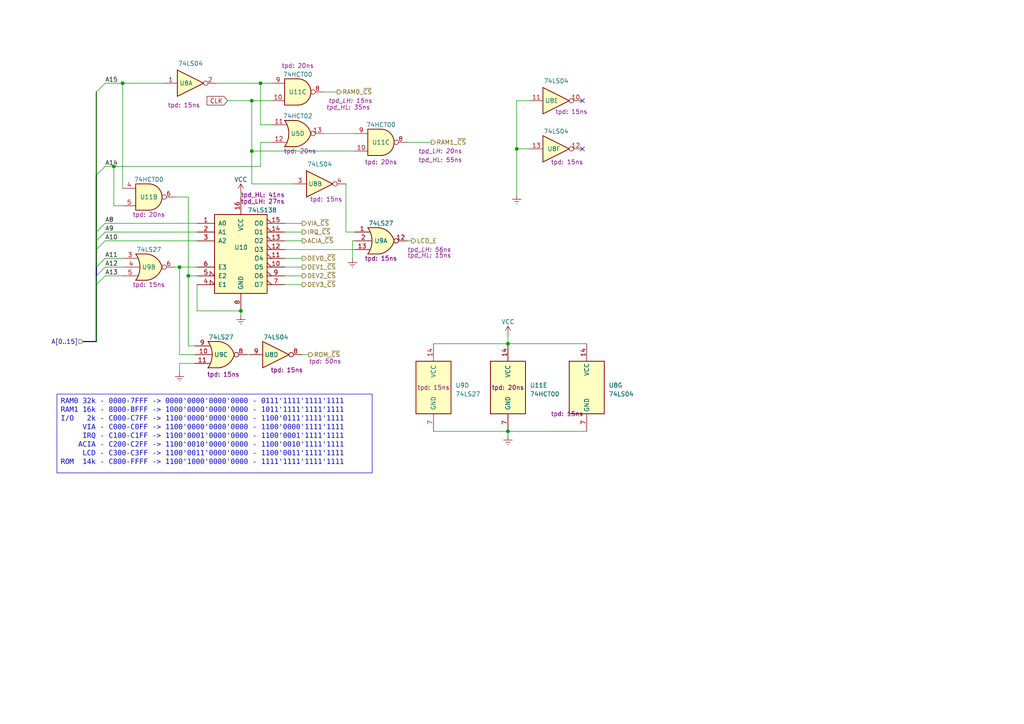
<source format=kicad_sch>
(kicad_sch (version 20230121) (generator eeschema)
  (paper "A4")
  (lib_symbols
    (symbol "74xx:74HCT00" (pin_names (offset 1.016))
      (property "Reference" "U" (at 0 1.27 0))
      (property "Value" "74HCT00" (at 0 -1.27 0))
      (symbol "74HCT00_1_1"
        (arc (start 0 -3.81) (mid 3.7934 0) (end 0 3.81) (stroke (width 0.254)) (fill (type background)))
        (polyline (pts (xy 0 3.81) (xy -3.81 3.81) (xy -3.81 -3.81) (xy 0 -3.81)) (stroke (width 0.254)) (fill (type background)))
        (pin input line (at -7.62 2.54 0) (length 3.81) (name "~") (number "1"))
        (pin input line (at -7.62 -2.54 0) (length 3.81) (name "~") (number "2"))
        (pin output inverted (at 7.62 0 180) (length 3.81) (name "~") (number "3"))
      )
      (symbol "74HCT00_1_2"
        (arc (start -3.81 -3.81) (mid -2.589 0) (end -3.81 3.81) (stroke (width 0.254)))
        (arc (start -0.6096 -3.81) (mid 2.1842 -2.5851) (end 3.81 0) (stroke (width 0.254)) (fill (type background)))
        (polyline (pts (xy -3.81 -3.81) (xy -0.635 -3.81)) (stroke (width 0.254)) (fill (type background)))
        (polyline (pts (xy -3.81 3.81) (xy -0.635 3.81)) (stroke (width 0.254)) (fill (type background)))
        (polyline (pts (xy -0.635 3.81) (xy -3.81 3.81) (xy -3.81 3.81) (xy -3.556 3.4036) (xy -3.0226 2.2606) (xy -2.6924 1.0414) (xy -2.6162 -0.254) (xy -2.7686 -1.4986) (xy -3.175 -2.7178) (xy -3.81 -3.81) (xy -3.81 -3.81) (xy -0.635 -3.81)) (stroke (width -25.4)) (fill (type background)))
        (arc (start 3.81 0) (mid 2.1915 2.5936) (end -0.6096 3.81) (stroke (width 0.254)) (fill (type background)))
        (pin input inverted (at -7.62 2.54 0) (length 4.318) (name "~") (number "1"))
        (pin input inverted (at -7.62 -2.54 0) (length 4.318) (name "~") (number "2"))
        (pin output line (at 7.62 0 180) (length 3.81) (name "~") (number "3"))
      )
      (symbol "74HCT00_2_1"
        (arc (start 0 -3.81) (mid 3.7934 0) (end 0 3.81) (stroke (width 0.254)) (fill (type background)))
        (polyline (pts (xy 0 3.81) (xy -3.81 3.81) (xy -3.81 -3.81) (xy 0 -3.81)) (stroke (width 0.254)) (fill (type background)))
        (pin input line (at -7.62 2.54 0) (length 3.81) (name "~") (number "4"))
        (pin input line (at -7.62 -2.54 0) (length 3.81) (name "~") (number "5"))
        (pin output inverted (at 7.62 0 180) (length 3.81) (name "~") (number "6"))
      )
      (symbol "74HCT00_2_2"
        (arc (start -3.81 -3.81) (mid -2.589 0) (end -3.81 3.81) (stroke (width 0.254)))
        (arc (start -0.6096 -3.81) (mid 2.1842 -2.5851) (end 3.81 0) (stroke (width 0.254)) (fill (type background)))
        (polyline (pts (xy -3.81 -3.81) (xy -0.635 -3.81)) (stroke (width 0.254)) (fill (type background)))
        (polyline (pts (xy -3.81 3.81) (xy -0.635 3.81)) (stroke (width 0.254)) (fill (type background)))
        (polyline (pts (xy -0.635 3.81) (xy -3.81 3.81) (xy -3.81 3.81) (xy -3.556 3.4036) (xy -3.0226 2.2606) (xy -2.6924 1.0414) (xy -2.6162 -0.254) (xy -2.7686 -1.4986) (xy -3.175 -2.7178) (xy -3.81 -3.81) (xy -3.81 -3.81) (xy -0.635 -3.81)) (stroke (width -25.4)) (fill (type background)))
        (arc (start 3.81 0) (mid 2.1915 2.5936) (end -0.6096 3.81) (stroke (width 0.254)) (fill (type background)))
        (pin input inverted (at -7.62 2.54 0) (length 4.318) (name "~") (number "4"))
        (pin input inverted (at -7.62 -2.54 0) (length 4.318) (name "~") (number "5"))
        (pin output line (at 7.62 0 180) (length 3.81) (name "~") (number "6"))
      )
      (symbol "74HCT00_3_1"
        (arc (start 0 -3.81) (mid 3.7934 0) (end 0 3.81) (stroke (width 0.254)) (fill (type background)))
        (polyline (pts (xy 0 3.81) (xy -3.81 3.81) (xy -3.81 -3.81) (xy 0 -3.81)) (stroke (width 0.254)) (fill (type background)))
        (pin input line (at -7.62 -2.54 0) (length 3.81) (name "~") (number "10"))
        (pin output inverted (at 7.62 0 180) (length 3.81) (name "~") (number "8"))
        (pin input line (at -7.62 2.54 0) (length 3.81) (name "~") (number "9"))
      )
      (symbol "74HCT00_3_2"
        (arc (start -3.81 -3.81) (mid -2.589 0) (end -3.81 3.81) (stroke (width 0.254)))
        (arc (start -0.6096 -3.81) (mid 2.1842 -2.5851) (end 3.81 0) (stroke (width 0.254)) (fill (type background)))
        (polyline (pts (xy -3.81 -3.81) (xy -0.635 -3.81)) (stroke (width 0.254)) (fill (type background)))
        (polyline (pts (xy -3.81 3.81) (xy -0.635 3.81)) (stroke (width 0.254)) (fill (type background)))
        (polyline (pts (xy -0.635 3.81) (xy -3.81 3.81) (xy -3.81 3.81) (xy -3.556 3.4036) (xy -3.0226 2.2606) (xy -2.6924 1.0414) (xy -2.6162 -0.254) (xy -2.7686 -1.4986) (xy -3.175 -2.7178) (xy -3.81 -3.81) (xy -3.81 -3.81) (xy -0.635 -3.81)) (stroke (width -25.4)) (fill (type background)))
        (arc (start 3.81 0) (mid 2.1915 2.5936) (end -0.6096 3.81) (stroke (width 0.254)) (fill (type background)))
        (pin input inverted (at -7.62 -2.54 0) (length 4.318) (name "~") (number "10"))
        (pin output line (at 7.62 0 180) (length 3.81) (name "~") (number "8"))
        (pin input inverted (at -7.62 2.54 0) (length 4.318) (name "~") (number "9"))
      )
      (symbol "74HCT00_4_1"
        (arc (start 0 -3.81) (mid 3.7934 0) (end 0 3.81) (stroke (width 0.254)) (fill (type background)))
        (polyline (pts (xy 0 3.81) (xy -3.81 3.81) (xy -3.81 -3.81) (xy 0 -3.81)) (stroke (width 0.254)) (fill (type background)))
        (pin output inverted (at 7.62 0 180) (length 3.81) (name "~") (number "11"))
        (pin input line (at -7.62 2.54 0) (length 3.81) (name "~") (number "12"))
        (pin input line (at -7.62 -2.54 0) (length 3.81) (name "~") (number "13"))
      )
      (symbol "74HCT00_4_2"
        (arc (start -3.81 -3.81) (mid -2.589 0) (end -3.81 3.81) (stroke (width 0.254)))
        (arc (start -0.6096 -3.81) (mid 2.1842 -2.5851) (end 3.81 0) (stroke (width 0.254)) (fill (type background)))
        (polyline (pts (xy -3.81 -3.81) (xy -0.635 -3.81)) (stroke (width 0.254)) (fill (type background)))
        (polyline (pts (xy -3.81 3.81) (xy -0.635 3.81)) (stroke (width 0.254)) (fill (type background)))
        (polyline (pts (xy -0.635 3.81) (xy -3.81 3.81) (xy -3.81 3.81) (xy -3.556 3.4036) (xy -3.0226 2.2606) (xy -2.6924 1.0414) (xy -2.6162 -0.254) (xy -2.7686 -1.4986) (xy -3.175 -2.7178) (xy -3.81 -3.81) (xy -3.81 -3.81) (xy -0.635 -3.81)) (stroke (width -25.4)) (fill (type background)))
        (arc (start 3.81 0) (mid 2.1915 2.5936) (end -0.6096 3.81) (stroke (width 0.254)) (fill (type background)))
        (pin output line (at 7.62 0 180) (length 3.81) (name "~") (number "11"))
        (pin input inverted (at -7.62 2.54 0) (length 4.318) (name "~") (number "12"))
        (pin input inverted (at -7.62 -2.54 0) (length 4.318) (name "~") (number "13"))
      )
      (symbol "74HCT00_5_0"
        (pin power_in line (at 0 12.7 270) (length 5.08) (name "VCC") (number "14"))
        (pin power_in line (at 0 -12.7 90) (length 5.08) (name "GND") (number "7"))
      )
      (symbol "74HCT00_5_1"
        (rectangle (start -5.08 7.62) (end 5.08 -7.62) (stroke (width 0.254)) (fill (type background)))
      )
    )
    (symbol "74xx:74HCT02" (pin_names (offset 1.016))
      (property "Reference" "U" (at 0 1.27 0))
      (property "Value" "74HCT02" (at 0 -1.27 0))
      (symbol "74HCT02_1_1"
        (arc (start -3.81 -3.81) (mid -2.589 0) (end -3.81 3.81) (stroke (width 0.254)))
        (arc (start -0.6096 -3.81) (mid 2.1842 -2.5851) (end 3.81 0) (stroke (width 0.254)) (fill (type background)))
        (polyline (pts (xy -3.81 -3.81) (xy -0.635 -3.81)) (stroke (width 0.254)) (fill (type background)))
        (polyline (pts (xy -3.81 3.81) (xy -0.635 3.81)) (stroke (width 0.254)) (fill (type background)))
        (polyline (pts (xy -0.635 3.81) (xy -3.81 3.81) (xy -3.81 3.81) (xy -3.556 3.4036) (xy -3.0226 2.2606) (xy -2.6924 1.0414) (xy -2.6162 -0.254) (xy -2.7686 -1.4986) (xy -3.175 -2.7178) (xy -3.81 -3.81) (xy -3.81 -3.81) (xy -0.635 -3.81)) (stroke (width -25.4)) (fill (type background)))
        (arc (start 3.81 0) (mid 2.1915 2.5936) (end -0.6096 3.81) (stroke (width 0.254)) (fill (type background)))
        (pin output inverted (at 7.62 0 180) (length 3.81) (name "~") (number "1"))
        (pin input line (at -7.62 2.54 0) (length 4.318) (name "~") (number "2"))
        (pin input line (at -7.62 -2.54 0) (length 4.318) (name "~") (number "3"))
      )
      (symbol "74HCT02_1_2"
        (arc (start 0 -3.81) (mid 3.7934 0) (end 0 3.81) (stroke (width 0.254)) (fill (type background)))
        (polyline (pts (xy 0 3.81) (xy -3.81 3.81) (xy -3.81 -3.81) (xy 0 -3.81)) (stroke (width 0.254)) (fill (type background)))
        (pin output line (at 7.62 0 180) (length 3.81) (name "~") (number "1"))
        (pin input inverted (at -7.62 2.54 0) (length 3.81) (name "~") (number "2"))
        (pin input inverted (at -7.62 -2.54 0) (length 3.81) (name "~") (number "3"))
      )
      (symbol "74HCT02_2_1"
        (arc (start -3.81 -3.81) (mid -2.589 0) (end -3.81 3.81) (stroke (width 0.254)))
        (arc (start -0.6096 -3.81) (mid 2.1842 -2.5851) (end 3.81 0) (stroke (width 0.254)) (fill (type background)))
        (polyline (pts (xy -3.81 -3.81) (xy -0.635 -3.81)) (stroke (width 0.254)) (fill (type background)))
        (polyline (pts (xy -3.81 3.81) (xy -0.635 3.81)) (stroke (width 0.254)) (fill (type background)))
        (polyline (pts (xy -0.635 3.81) (xy -3.81 3.81) (xy -3.81 3.81) (xy -3.556 3.4036) (xy -3.0226 2.2606) (xy -2.6924 1.0414) (xy -2.6162 -0.254) (xy -2.7686 -1.4986) (xy -3.175 -2.7178) (xy -3.81 -3.81) (xy -3.81 -3.81) (xy -0.635 -3.81)) (stroke (width -25.4)) (fill (type background)))
        (arc (start 3.81 0) (mid 2.1915 2.5936) (end -0.6096 3.81) (stroke (width 0.254)) (fill (type background)))
        (pin output inverted (at 7.62 0 180) (length 3.81) (name "~") (number "4"))
        (pin input line (at -7.62 2.54 0) (length 4.318) (name "~") (number "5"))
        (pin input line (at -7.62 -2.54 0) (length 4.318) (name "~") (number "6"))
      )
      (symbol "74HCT02_2_2"
        (arc (start 0 -3.81) (mid 3.7934 0) (end 0 3.81) (stroke (width 0.254)) (fill (type background)))
        (polyline (pts (xy 0 3.81) (xy -3.81 3.81) (xy -3.81 -3.81) (xy 0 -3.81)) (stroke (width 0.254)) (fill (type background)))
        (pin output line (at 7.62 0 180) (length 3.81) (name "~") (number "4"))
        (pin input inverted (at -7.62 2.54 0) (length 3.81) (name "~") (number "5"))
        (pin input inverted (at -7.62 -2.54 0) (length 3.81) (name "~") (number "6"))
      )
      (symbol "74HCT02_3_1"
        (arc (start -3.81 -3.81) (mid -2.589 0) (end -3.81 3.81) (stroke (width 0.254)))
        (arc (start -0.6096 -3.81) (mid 2.1842 -2.5851) (end 3.81 0) (stroke (width 0.254)) (fill (type background)))
        (polyline (pts (xy -3.81 -3.81) (xy -0.635 -3.81)) (stroke (width 0.254)) (fill (type background)))
        (polyline (pts (xy -3.81 3.81) (xy -0.635 3.81)) (stroke (width 0.254)) (fill (type background)))
        (polyline (pts (xy -0.635 3.81) (xy -3.81 3.81) (xy -3.81 3.81) (xy -3.556 3.4036) (xy -3.0226 2.2606) (xy -2.6924 1.0414) (xy -2.6162 -0.254) (xy -2.7686 -1.4986) (xy -3.175 -2.7178) (xy -3.81 -3.81) (xy -3.81 -3.81) (xy -0.635 -3.81)) (stroke (width -25.4)) (fill (type background)))
        (arc (start 3.81 0) (mid 2.1915 2.5936) (end -0.6096 3.81) (stroke (width 0.254)) (fill (type background)))
        (pin output inverted (at 7.62 0 180) (length 3.81) (name "~") (number "10"))
        (pin input line (at -7.62 2.54 0) (length 4.318) (name "~") (number "8"))
        (pin input line (at -7.62 -2.54 0) (length 4.318) (name "~") (number "9"))
      )
      (symbol "74HCT02_3_2"
        (arc (start 0 -3.81) (mid 3.7934 0) (end 0 3.81) (stroke (width 0.254)) (fill (type background)))
        (polyline (pts (xy 0 3.81) (xy -3.81 3.81) (xy -3.81 -3.81) (xy 0 -3.81)) (stroke (width 0.254)) (fill (type background)))
        (pin output line (at 7.62 0 180) (length 3.81) (name "~") (number "10"))
        (pin input inverted (at -7.62 2.54 0) (length 3.81) (name "~") (number "8"))
        (pin input inverted (at -7.62 -2.54 0) (length 3.81) (name "~") (number "9"))
      )
      (symbol "74HCT02_4_1"
        (arc (start -3.81 -3.81) (mid -2.589 0) (end -3.81 3.81) (stroke (width 0.254)))
        (arc (start -0.6096 -3.81) (mid 2.1842 -2.5851) (end 3.81 0) (stroke (width 0.254)) (fill (type background)))
        (polyline (pts (xy -3.81 -3.81) (xy -0.635 -3.81)) (stroke (width 0.254)) (fill (type background)))
        (polyline (pts (xy -3.81 3.81) (xy -0.635 3.81)) (stroke (width 0.254)) (fill (type background)))
        (polyline (pts (xy -0.635 3.81) (xy -3.81 3.81) (xy -3.81 3.81) (xy -3.556 3.4036) (xy -3.0226 2.2606) (xy -2.6924 1.0414) (xy -2.6162 -0.254) (xy -2.7686 -1.4986) (xy -3.175 -2.7178) (xy -3.81 -3.81) (xy -3.81 -3.81) (xy -0.635 -3.81)) (stroke (width -25.4)) (fill (type background)))
        (arc (start 3.81 0) (mid 2.1915 2.5936) (end -0.6096 3.81) (stroke (width 0.254)) (fill (type background)))
        (pin input line (at -7.62 2.54 0) (length 4.318) (name "~") (number "11"))
        (pin input line (at -7.62 -2.54 0) (length 4.318) (name "~") (number "12"))
        (pin output inverted (at 7.62 0 180) (length 3.81) (name "~") (number "13"))
      )
      (symbol "74HCT02_4_2"
        (arc (start 0 -3.81) (mid 3.7934 0) (end 0 3.81) (stroke (width 0.254)) (fill (type background)))
        (polyline (pts (xy 0 3.81) (xy -3.81 3.81) (xy -3.81 -3.81) (xy 0 -3.81)) (stroke (width 0.254)) (fill (type background)))
        (pin input inverted (at -7.62 2.54 0) (length 3.81) (name "~") (number "11"))
        (pin input inverted (at -7.62 -2.54 0) (length 3.81) (name "~") (number "12"))
        (pin output line (at 7.62 0 180) (length 3.81) (name "~") (number "13"))
      )
      (symbol "74HCT02_5_0"
        (pin power_in line (at 0 12.7 270) (length 5.08) (name "VCC") (number "14"))
        (pin power_in line (at 0 -12.7 90) (length 5.08) (name "GND") (number "7"))
      )
      (symbol "74HCT02_5_1"
        (rectangle (start -5.08 7.62) (end 5.08 -7.62) (stroke (width 0.254)) (fill (type background)))
      )
    )
    (symbol "74xx:74LS04"
      (property "Reference" "U" (at 0 1.27 0))
      (property "Value" "74LS04" (at 0 -1.27 0))
      (symbol "74LS04_1_0"
        (polyline (pts (xy -3.81 3.81) (xy -3.81 -3.81) (xy 3.81 0) (xy -3.81 3.81)) (stroke (width 0.254)) (fill (type background)))
        (pin input line (at -7.62 0 0) (length 3.81) (name "~") (number "1"))
        (pin output inverted (at 7.62 0 180) (length 3.81) (name "~") (number "2"))
      )
      (symbol "74LS04_2_0"
        (polyline (pts (xy -3.81 3.81) (xy -3.81 -3.81) (xy 3.81 0) (xy -3.81 3.81)) (stroke (width 0.254)) (fill (type background)))
        (pin input line (at -7.62 0 0) (length 3.81) (name "~") (number "3"))
        (pin output inverted (at 7.62 0 180) (length 3.81) (name "~") (number "4"))
      )
      (symbol "74LS04_3_0"
        (polyline (pts (xy -3.81 3.81) (xy -3.81 -3.81) (xy 3.81 0) (xy -3.81 3.81)) (stroke (width 0.254)) (fill (type background)))
        (pin input line (at -7.62 0 0) (length 3.81) (name "~") (number "5"))
        (pin output inverted (at 7.62 0 180) (length 3.81) (name "~") (number "6"))
      )
      (symbol "74LS04_4_0"
        (polyline (pts (xy -3.81 3.81) (xy -3.81 -3.81) (xy 3.81 0) (xy -3.81 3.81)) (stroke (width 0.254)) (fill (type background)))
        (pin output inverted (at 7.62 0 180) (length 3.81) (name "~") (number "8"))
        (pin input line (at -7.62 0 0) (length 3.81) (name "~") (number "9"))
      )
      (symbol "74LS04_5_0"
        (polyline (pts (xy -3.81 3.81) (xy -3.81 -3.81) (xy 3.81 0) (xy -3.81 3.81)) (stroke (width 0.254)) (fill (type background)))
        (pin output inverted (at 7.62 0 180) (length 3.81) (name "~") (number "10"))
        (pin input line (at -7.62 0 0) (length 3.81) (name "~") (number "11"))
      )
      (symbol "74LS04_6_0"
        (polyline (pts (xy -3.81 3.81) (xy -3.81 -3.81) (xy 3.81 0) (xy -3.81 3.81)) (stroke (width 0.254)) (fill (type background)))
        (pin output inverted (at 7.62 0 180) (length 3.81) (name "~") (number "12"))
        (pin input line (at -7.62 0 0) (length 3.81) (name "~") (number "13"))
      )
      (symbol "74LS04_7_0"
        (pin power_in line (at 0 12.7 270) (length 5.08) (name "VCC") (number "14"))
        (pin power_in line (at 0 -12.7 90) (length 5.08) (name "GND") (number "7"))
      )
      (symbol "74LS04_7_1"
        (rectangle (start -5.08 7.62) (end 5.08 -7.62) (stroke (width 0.254)) (fill (type background)))
      )
    )
    (symbol "74xx:74LS138" (pin_names (offset 1.016))
      (property "Reference" "U" (at -7.62 11.43 0))
      (property "Value" "74LS138" (at -7.62 -13.97 0))
      (symbol "74LS138_1_0"
        (pin input line (at -12.7 7.62 0) (length 5.08) (name "A0") (number "1"))
        (pin output output_low (at 12.7 -5.08 180) (length 5.08) (name "O5") (number "10"))
        (pin output output_low (at 12.7 -2.54 180) (length 5.08) (name "O4") (number "11"))
        (pin output output_low (at 12.7 0 180) (length 5.08) (name "O3") (number "12"))
        (pin output output_low (at 12.7 2.54 180) (length 5.08) (name "O2") (number "13"))
        (pin output output_low (at 12.7 5.08 180) (length 5.08) (name "O1") (number "14"))
        (pin output output_low (at 12.7 7.62 180) (length 5.08) (name "O0") (number "15"))
        (pin power_in line (at 0 15.24 270) (length 5.08) (name "VCC") (number "16"))
        (pin input line (at -12.7 5.08 0) (length 5.08) (name "A1") (number "2"))
        (pin input line (at -12.7 2.54 0) (length 5.08) (name "A2") (number "3"))
        (pin input input_low (at -12.7 -10.16 0) (length 5.08) (name "E1") (number "4"))
        (pin input input_low (at -12.7 -7.62 0) (length 5.08) (name "E2") (number "5"))
        (pin input line (at -12.7 -5.08 0) (length 5.08) (name "E3") (number "6"))
        (pin output output_low (at 12.7 -10.16 180) (length 5.08) (name "O7") (number "7"))
        (pin power_in line (at 0 -17.78 90) (length 5.08) (name "GND") (number "8"))
        (pin output output_low (at 12.7 -7.62 180) (length 5.08) (name "O6") (number "9"))
      )
      (symbol "74LS138_1_1"
        (rectangle (start -7.62 10.16) (end 7.62 -12.7) (stroke (width 0.254)) (fill (type background)))
      )
    )
    (symbol "74xx:74LS27" (pin_names (offset 1.016))
      (property "Reference" "U" (at 0 1.27 0))
      (property "Value" "74LS27" (at 0 -1.27 0))
      (symbol "74LS27_1_1"
        (arc (start -3.81 -3.81) (mid -2.589 0) (end -3.81 3.81) (stroke (width 0.254)))
        (arc (start -0.6096 -3.81) (mid 2.1842 -2.5851) (end 3.81 0) (stroke (width 0.254)) (fill (type background)))
        (polyline (pts (xy -3.81 -3.81) (xy -0.635 -3.81)) (stroke (width 0.254)) (fill (type background)))
        (polyline (pts (xy -3.81 3.81) (xy -0.635 3.81)) (stroke (width 0.254)) (fill (type background)))
        (polyline (pts (xy -0.635 3.81) (xy -3.81 3.81) (xy -3.81 3.81) (xy -3.556 3.4036) (xy -3.0226 2.2606) (xy -2.6924 1.0414) (xy -2.6162 -0.254) (xy -2.7686 -1.4986) (xy -3.175 -2.7178) (xy -3.81 -3.81) (xy -3.81 -3.81) (xy -0.635 -3.81)) (stroke (width -25.4)) (fill (type background)))
        (arc (start 3.81 0) (mid 2.1915 2.5936) (end -0.6096 3.81) (stroke (width 0.254)) (fill (type background)))
        (pin input line (at -7.62 2.54 0) (length 4.318) (name "~") (number "1"))
        (pin output inverted (at 7.62 0 180) (length 3.81) (name "~") (number "12"))
        (pin input line (at -7.62 -2.54 0) (length 4.318) (name "~") (number "13"))
        (pin input line (at -7.62 0 0) (length 4.953) (name "~") (number "2"))
      )
      (symbol "74LS27_1_2"
        (arc (start 0 -3.81) (mid 3.7934 0) (end 0 3.81) (stroke (width 0.254)) (fill (type background)))
        (polyline (pts (xy 0 3.81) (xy -3.81 3.81) (xy -3.81 -3.81) (xy 0 -3.81)) (stroke (width 0.254)) (fill (type background)))
        (pin input inverted (at -7.62 2.54 0) (length 3.81) (name "~") (number "1"))
        (pin output line (at 7.62 0 180) (length 3.81) (name "~") (number "12"))
        (pin input inverted (at -7.62 -2.54 0) (length 3.81) (name "~") (number "13"))
        (pin input inverted (at -7.62 0 0) (length 3.81) (name "~") (number "2"))
      )
      (symbol "74LS27_2_1"
        (arc (start -3.81 -3.81) (mid -2.589 0) (end -3.81 3.81) (stroke (width 0.254)))
        (arc (start -0.6096 -3.81) (mid 2.1842 -2.5851) (end 3.81 0) (stroke (width 0.254)) (fill (type background)))
        (polyline (pts (xy -3.81 -3.81) (xy -0.635 -3.81)) (stroke (width 0.254)) (fill (type background)))
        (polyline (pts (xy -3.81 3.81) (xy -0.635 3.81)) (stroke (width 0.254)) (fill (type background)))
        (polyline (pts (xy -0.635 3.81) (xy -3.81 3.81) (xy -3.81 3.81) (xy -3.556 3.4036) (xy -3.0226 2.2606) (xy -2.6924 1.0414) (xy -2.6162 -0.254) (xy -2.7686 -1.4986) (xy -3.175 -2.7178) (xy -3.81 -3.81) (xy -3.81 -3.81) (xy -0.635 -3.81)) (stroke (width -25.4)) (fill (type background)))
        (arc (start 3.81 0) (mid 2.1915 2.5936) (end -0.6096 3.81) (stroke (width 0.254)) (fill (type background)))
        (pin input line (at -7.62 2.54 0) (length 4.318) (name "~") (number "3"))
        (pin input line (at -7.62 0 0) (length 4.953) (name "~") (number "4"))
        (pin input line (at -7.62 -2.54 0) (length 4.318) (name "~") (number "5"))
        (pin output inverted (at 7.62 0 180) (length 3.81) (name "~") (number "6"))
      )
      (symbol "74LS27_2_2"
        (arc (start 0 -3.81) (mid 3.7934 0) (end 0 3.81) (stroke (width 0.254)) (fill (type background)))
        (polyline (pts (xy 0 3.81) (xy -3.81 3.81) (xy -3.81 -3.81) (xy 0 -3.81)) (stroke (width 0.254)) (fill (type background)))
        (pin input inverted (at -7.62 2.54 0) (length 3.81) (name "~") (number "3"))
        (pin input inverted (at -7.62 0 0) (length 3.81) (name "~") (number "4"))
        (pin input inverted (at -7.62 -2.54 0) (length 3.81) (name "~") (number "5"))
        (pin output line (at 7.62 0 180) (length 3.81) (name "~") (number "6"))
      )
      (symbol "74LS27_3_1"
        (arc (start -3.81 -3.81) (mid -2.589 0) (end -3.81 3.81) (stroke (width 0.254)))
        (arc (start -0.6096 -3.81) (mid 2.1842 -2.5851) (end 3.81 0) (stroke (width 0.254)) (fill (type background)))
        (polyline (pts (xy -3.81 -3.81) (xy -0.635 -3.81)) (stroke (width 0.254)) (fill (type background)))
        (polyline (pts (xy -3.81 3.81) (xy -0.635 3.81)) (stroke (width 0.254)) (fill (type background)))
        (polyline (pts (xy -0.635 3.81) (xy -3.81 3.81) (xy -3.81 3.81) (xy -3.556 3.4036) (xy -3.0226 2.2606) (xy -2.6924 1.0414) (xy -2.6162 -0.254) (xy -2.7686 -1.4986) (xy -3.175 -2.7178) (xy -3.81 -3.81) (xy -3.81 -3.81) (xy -0.635 -3.81)) (stroke (width -25.4)) (fill (type background)))
        (arc (start 3.81 0) (mid 2.1915 2.5936) (end -0.6096 3.81) (stroke (width 0.254)) (fill (type background)))
        (pin input line (at -7.62 0 0) (length 4.953) (name "~") (number "10"))
        (pin input line (at -7.62 -2.54 0) (length 4.318) (name "~") (number "11"))
        (pin output inverted (at 7.62 0 180) (length 3.81) (name "~") (number "8"))
        (pin input line (at -7.62 2.54 0) (length 4.318) (name "~") (number "9"))
      )
      (symbol "74LS27_3_2"
        (arc (start 0 -3.81) (mid 3.7934 0) (end 0 3.81) (stroke (width 0.254)) (fill (type background)))
        (polyline (pts (xy 0 3.81) (xy -3.81 3.81) (xy -3.81 -3.81) (xy 0 -3.81)) (stroke (width 0.254)) (fill (type background)))
        (pin input inverted (at -7.62 0 0) (length 3.81) (name "~") (number "10"))
        (pin input inverted (at -7.62 -2.54 0) (length 3.81) (name "~") (number "11"))
        (pin output line (at 7.62 0 180) (length 3.81) (name "~") (number "8"))
        (pin input inverted (at -7.62 2.54 0) (length 3.81) (name "~") (number "9"))
      )
      (symbol "74LS27_4_0"
        (pin power_in line (at 0 12.7 270) (length 5.08) (name "VCC") (number "14"))
        (pin power_in line (at 0 -12.7 90) (length 5.08) (name "GND") (number "7"))
      )
      (symbol "74LS27_4_1"
        (rectangle (start -5.08 7.62) (end 5.08 -7.62) (stroke (width 0.254)) (fill (type background)))
      )
    )
    (symbol "power:Earth" (power) (pin_names (offset 0))
      (symbol "Earth_0_1"
        (polyline (pts (xy -0.635 -1.905) (xy 0.635 -1.905)))
        (polyline (pts (xy -0.127 -2.54) (xy 0.127 -2.54)))
        (polyline (pts (xy 0 -1.27) (xy 0 0)))
        (polyline (pts (xy 1.27 -1.27) (xy -1.27 -1.27)))
      )
      (symbol "Earth_1_1"
        (pin power_in line (at 0 0 270) (length 0) hide (name "Earth") (number "1"))
      )
    )
    (symbol "power:VCC" (power) (pin_names (offset 0))
      (property "Value" "VCC" (at 0 3.81 0))
      (symbol "VCC_0_1"
        (polyline (pts (xy -0.762 1.27) (xy 0 2.54)))
        (polyline (pts (xy 0 0) (xy 0 2.54)))
        (polyline (pts (xy 0 2.54) (xy 0.762 1.27)))
      )
      (symbol "VCC_1_1"
        (pin power_in line (at 0 0 90) (length 0) hide (name "VCC") (number "1"))
      )
    )
  )
  (junction (at 33.02 48.26))
  (junction (at 35.56 24.13))
  (junction (at 69.85 90.17))
  (junction (at 73.025 29.21))
  (junction (at 147.32 125.095))
  (junction (at 52.07 77.47))
  (junction (at 75.565 24.13))
  (junction (at 149.86 43.18))
  (junction (at 73.025 43.815))
  (junction (at 54.61 80.01))
  (junction (at 147.32 99.695))
  (no_connect (at 168.91 29.21))
  (no_connect (at 168.91 43.18))
  (bus_entry (at 27.94 82.55) (size 2.54 -2.54))
  (bus_entry (at 27.94 77.47) (size 2.54 -2.54))
  (bus_entry (at 27.94 69.85) (size 2.54 -2.54))
  (bus_entry (at 27.94 67.31) (size 2.54 -2.54))
  (bus_entry (at 27.94 80.01) (size 2.54 -2.54))
  (bus_entry (at 27.94 50.8) (size 2.54 -2.54))
  (bus_entry (at 27.94 26.67) (size 2.54 -2.54))
  (bus_entry (at 27.94 72.39) (size 2.54 -2.54))
  (wire (pts (xy 33.02 59.69) (xy 35.56 59.69)))
  (wire (pts (xy 69.85 55.88) (xy 69.85 57.15)))
  (wire (pts (xy 30.48 77.47) (xy 35.56 77.47)))
  (wire (pts (xy 50.8 77.47) (xy 52.07 77.47)))
  (wire (pts (xy 102.235 69.85) (xy 102.235 74.93)))
  (wire (pts (xy 35.56 24.13) (xy 47.625 24.13)))
  (bus (pts (xy 27.94 77.47) (xy 27.94 80.01)))
  (wire (pts (xy 71.755 102.87) (xy 72.39 102.87)))
  (wire (pts (xy 147.32 99.695) (xy 170.18 99.695)))
  (wire (pts (xy 52.07 105.41) (xy 52.07 107.95)))
  (bus (pts (xy 27.94 69.85) (xy 27.94 72.39)) (stroke (width 0) (color 27 101 1 1)))
  (wire (pts (xy 147.32 126.365) (xy 147.32 125.095)))
  (bus (pts (xy 27.94 67.31) (xy 27.94 69.85)))
  (bus (pts (xy 24.13 99.06) (xy 27.94 99.06)))
  (wire (pts (xy 82.55 69.85) (xy 87.63 69.85)))
  (bus (pts (xy 27.94 80.01) (xy 27.94 82.55)) (stroke (width 0) (color 27 101 1 1)))
  (wire (pts (xy 54.61 80.01) (xy 54.61 100.33)))
  (wire (pts (xy 93.98 26.67) (xy 97.79 26.67)))
  (wire (pts (xy 54.61 100.33) (xy 56.515 100.33)))
  (wire (pts (xy 54.61 80.01) (xy 57.15 80.01)))
  (wire (pts (xy 73.025 29.21) (xy 78.74 29.21)))
  (wire (pts (xy 119.38 69.85) (xy 118.11 69.85)))
  (wire (pts (xy 149.86 43.18) (xy 153.67 43.18)))
  (bus (pts (xy 27.94 72.39) (xy 27.94 77.47)) (stroke (width 0) (color 27 101 1 1)))
  (wire (pts (xy 57.15 90.17) (xy 69.85 90.17)))
  (wire (pts (xy 93.98 38.735) (xy 102.87 38.735)))
  (bus (pts (xy 27.94 69.85) (xy 27.94 72.39)))
  (wire (pts (xy 87.63 102.87) (xy 89.535 102.87)))
  (wire (pts (xy 85.09 53.34) (xy 73.025 53.34)))
  (wire (pts (xy 73.025 43.815) (xy 73.025 53.34)))
  (wire (pts (xy 57.15 82.55) (xy 57.15 90.17)))
  (wire (pts (xy 75.565 36.195) (xy 75.565 24.13)))
  (bus (pts (xy 27.94 72.39) (xy 27.94 77.47)))
  (wire (pts (xy 50.8 57.15) (xy 54.61 57.15)))
  (wire (pts (xy 82.55 74.93) (xy 87.63 74.93)))
  (wire (pts (xy 153.67 29.21) (xy 149.86 29.21)))
  (wire (pts (xy 147.32 125.095) (xy 170.18 125.095)))
  (wire (pts (xy 82.55 72.39) (xy 102.87 72.39)))
  (wire (pts (xy 52.07 105.41) (xy 56.515 105.41)))
  (wire (pts (xy 78.74 36.195) (xy 75.565 36.195)))
  (wire (pts (xy 75.565 48.26) (xy 75.565 41.275)))
  (wire (pts (xy 102.87 43.815) (xy 73.025 43.815)))
  (wire (pts (xy 30.48 48.26) (xy 33.02 48.26)))
  (wire (pts (xy 33.02 48.26) (xy 75.565 48.26)))
  (bus (pts (xy 27.94 50.8) (xy 27.94 67.31)) (stroke (width 0) (color 27 101 1 1)))
  (wire (pts (xy 82.55 64.77) (xy 87.63 64.77)))
  (wire (pts (xy 149.86 43.18) (xy 149.86 56.515)))
  (wire (pts (xy 149.86 29.21) (xy 149.86 43.18)))
  (bus (pts (xy 27.94 26.67) (xy 27.94 50.8)) (stroke (width 0) (color 27 101 1 1)))
  (bus (pts (xy 27.94 77.47) (xy 27.94 80.01)) (stroke (width 0) (color 27 101 1 1)))
  (wire (pts (xy 82.55 77.47) (xy 87.63 77.47)))
  (wire (pts (xy 125.73 125.095) (xy 147.32 125.095)))
  (wire (pts (xy 35.56 24.13) (xy 35.56 54.61)))
  (wire (pts (xy 82.55 82.55) (xy 87.63 82.55)))
  (wire (pts (xy 66.04 29.21) (xy 73.025 29.21)))
  (wire (pts (xy 102.87 69.85) (xy 102.235 69.85)))
  (wire (pts (xy 73.025 29.21) (xy 73.025 43.815)))
  (wire (pts (xy 75.565 24.13) (xy 78.74 24.13)))
  (wire (pts (xy 147.32 99.695) (xy 147.32 97.155)))
  (wire (pts (xy 125.73 99.695) (xy 147.32 99.695)))
  (wire (pts (xy 82.55 67.31) (xy 87.63 67.31)))
  (wire (pts (xy 82.55 80.01) (xy 87.63 80.01)))
  (wire (pts (xy 30.48 69.85) (xy 57.15 69.85)))
  (wire (pts (xy 69.85 90.17) (xy 69.85 91.44)))
  (wire (pts (xy 52.07 102.87) (xy 52.07 77.47)))
  (wire (pts (xy 30.48 64.77) (xy 57.15 64.77)))
  (wire (pts (xy 100.33 67.31) (xy 102.87 67.31)))
  (bus (pts (xy 27.94 67.31) (xy 27.94 69.85)) (stroke (width 0) (color 27 101 1 1)))
  (wire (pts (xy 56.515 102.87) (xy 52.07 102.87)))
  (bus (pts (xy 27.94 82.55) (xy 27.94 99.06)))
  (wire (pts (xy 100.33 53.34) (xy 100.33 67.31)))
  (bus (pts (xy 27.94 82.55) (xy 27.94 99.06)) (stroke (width 0) (color 27 101 1 1)))
  (bus (pts (xy 27.94 50.8) (xy 27.94 67.31)))
  (wire (pts (xy 30.48 74.93) (xy 35.56 74.93)))
  (wire (pts (xy 62.865 24.13) (xy 75.565 24.13)))
  (wire (pts (xy 30.48 80.01) (xy 35.56 80.01)))
  (wire (pts (xy 30.48 24.13) (xy 35.56 24.13)))
  (wire (pts (xy 30.48 67.31) (xy 57.15 67.31)))
  (wire (pts (xy 54.61 57.15) (xy 54.61 80.01)))
  (wire (pts (xy 75.565 41.275) (xy 78.74 41.275)))
  (wire (pts (xy 33.02 48.26) (xy 33.02 59.69)))
  (bus (pts (xy 27.94 80.01) (xy 27.94 82.55)))
  (wire (pts (xy 118.11 41.275) (xy 125.095 41.275)))
  (wire (pts (xy 52.07 77.47) (xy 57.15 77.47)))
  (text_box "RAM0 32k - 0000-7FFF -> 0000'0000'0000'0000 - 0111'1111'1111'1111\nRAM1 16k - 8000-BFFF -> 1000'0000'0000'0000 - 1011'1111'1111'1111\nI/O   2k - C000-C7FF -> 1100'0000'0000'0000 - 1100'0111'1111'1111\n     VIA - C000-C0FF -> 1100'0000'0000'0000 - 1100'0000'1111'1111\n     IRQ - C100-C1FF -> 1100'0001'0000'0000 - 1100'0001'1111'1111\n    ACIA - C200-C2FF -> 1100'0010'0000'0000 - 1100'0010'1111'1111\n     LCD - C300-C3FF -> 1100'0011'0000'0000 - 1100'0011'1111'1111\nROM  14k - C800-FFFF -> 1100'1000'0000'0000 - 1111'1111'1111'1111\n" (at 16.51 114.3 0) (size 91.44 22.86) (effects (font (size 1.5 1.5)) (justify left top)))
  (label "A10" (at 30.48 69.85 0))
  (label "A9" (at 30.48 67.31 0))
  (label "A15" (at 30.48 24.13 0))
  (label "A11" (at 30.48 74.93 0))
  (label "A12" (at 30.48 77.47 0))
  (label "A8" (at 30.48 64.77 0))
  (label "A13" (at 30.48 80.01 0))
  (label "A14" (at 30.48 48.26 0))
  (global_label "CLK" (shape input) (at 66.04 29.21 180) (property "Intersheetrefs" "${INTERSHEET_REFS}" (effects hide)))
  (hierarchical_label "ACIA_~{CS}" (shape output) (at 87.63 69.85 0))
  (hierarchical_label "VIA_~{CS}" (shape output) (at 87.63 64.77 0))
  (hierarchical_label "DEV3_~{CS}" (shape output) (at 87.63 82.55 0))
  (hierarchical_label "DEV1_~{CS}" (shape output) (at 87.63 77.47 0))
  (hierarchical_label "RAM1_~{CS}" (shape output) (at 125.095 41.275 0) (property "tpd_HL" "55ns" (at 121.285 46.355 0) (show_name) (effects (font italic) (justify left))) (property "tpd_LH" "20ns" (at 121.285 43.815 0) (show_name) (effects (font italic) (justify left))))
  (hierarchical_label "A[0..15]" (shape input) (at 24.13 99.06 180))
  (hierarchical_label "DEV0_~{CS}" (shape output) (at 87.63 74.93 0))
  (hierarchical_label "ROM_~{CS}" (shape output) (at 89.535 102.87 0) (property "tpd" "50ns" (at 89.535 104.775 0) (show_name) (effects (font italic) (justify left))))
  (hierarchical_label "IRQ_~{CS}" (shape output) (at 87.63 67.31 0))
  (hierarchical_label "LCD_E" (shape output) (at 119.38 69.85 0) (property "tpd_LH" "56ns" (at 118.11 72.39 0) (show_name) (effects (font italic) (justify left))) (property "tpd_HL" "15ns" (at 118.11 74.041 0) (show_name) (effects (font italic) (justify left))))
  (hierarchical_label "DEV2_~{CS}" (shape output) (at 87.63 80.01 0))
  (hierarchical_label "RAM0_~{CS}" (shape output) (at 97.79 26.67 0) (property "tpd_LH" "15ns" (at 95.25 29.21 0) (show_name) (effects (font italic) (justify left))) (property "tpd_HL" "35ns" (at 100.965 31.115 0) (show_name) (effects (font italic))))
  (symbol (lib_id "74xx:74LS04") (at 161.29 43.18 0) (unit 6)
    (property "Reference" "U8" (at 160.655 43.18 0))
    (property "Value" "74LS04" (at 161.29 38.1 0))
    (property "Datasheet" "http://www.ti.com/lit/gpn/sn74LS04" (effects hide))
    (property "tpd" "15ns" (at 164.465 46.99 0) (show_name))
  )
  (symbol (lib_id "74xx:74LS27") (at 43.18 77.47 0) (unit 2)
    (property "Reference" "U9" (at 43.18 77.47 0))
    (property "Value" "74LS27" (at 43.18 72.39 0))
    (property "Datasheet" "http://www.ti.com/lit/gpn/sn74LS27" (effects hide))
    (property "tpd" "15ns" (at 43.18 82.55 0) (show_name))
  )
  (symbol (lib_id "74xx:74HCT02") (at 86.36 38.735 0) (unit 4)
    (property "Reference" "U5" (at 86.36 38.735 0))
    (property "Value" "74HCT02" (at 86.36 33.655 0))
    (property "Datasheet" "http://www.ti.com/lit/gpn/sn74hct02" (effects hide))
    (property "tpd" "20ns" (at 86.995 43.815 0) (show_name))
    (instances (project "rod6502" (path "" (reference "U5") (unit 4)) (path "" (reference "U5") (unit 2))))
  )
  (symbol (lib_id "74xx:74LS27") (at 64.135 102.87 0) (unit 3)
    (property "Reference" "U9" (at 64.135 102.87 0))
    (property "Value" "74LS27" (at 64.135 97.79 0))
    (property "Datasheet" "http://www.ti.com/lit/gpn/sn74LS27" (effects hide))
    (property "tpd" "15ns" (at 64.77 108.585 0) (show_name))
    (instances (project "rod6502" (path "" (reference "U9") (unit 3)) (path "" (reference "U8") (unit 3))))
  )
  (symbol (lib_id "74xx:74HCT00") (at 86.36 26.67 0) (unit 3)
    (property "Reference" "U11" (at 86.36 26.67 0))
    (property "Value" "74HCT00" (at 86.3517 21.59 0))
    (property "Datasheet" "http://www.ti.com/lit/gpn/sn74hct00" (effects hide))
    (property "tpd" "20ns" (at 86.36 19.05 0) (show_name))
    (instances (project "rod6502" (path "" (reference "U11") (unit 3)) (path "" (reference "U7") (unit 1))))
  )
  (symbol (lib_id "power:Earth") (at 149.86 56.515 0) (unit 1)
    (property "Reference" "#PWR044" (effects hide))
    (property "Value" "Earth" (effects hide))
  )
  (symbol (lib_id "74xx:74LS27") (at 125.73 112.395 0) (unit 4)
    (property "Reference" "U9" (at 132.08 111.76 0) (effects (justify left)))
    (property "Value" "74LS27" (at 132.08 114.3 0) (effects (justify left)))
    (property "Datasheet" "http://www.ti.com/lit/gpn/sn74LS27" (effects hide))
    (property "tpd" "15ns" (at 125.73 112.395 0) (show_name))
  )
  (symbol (lib_id "power:Earth") (at 69.85 91.44 0) (unit 1)
    (property "Reference" "#PWR024" (effects hide))
    (property "Value" "Earth" (effects hide))
  )
  (symbol (lib_id "74xx:74LS04") (at 170.18 112.395 0) (unit 7)
    (property "Reference" "U8" (at 176.53 111.76 0) (effects (justify left)))
    (property "Value" "74LS04" (at 176.53 114.3 0) (effects (justify left)))
    (property "Datasheet" "http://www.ti.com/lit/gpn/sn74LS04" (effects hide))
    (property "tpd" "15ns" (at 164.465 120.015 0) (show_name))
  )
  (symbol (lib_id "power:VCC") (at 147.32 97.155 0) (unit 1)
    (property "Reference" "#PWR019" (effects hide))
    (property "Value" "+5v" (at 147.32 93.345 0))
  )
  (symbol (lib_id "74xx:74LS138") (at 69.85 72.39 0) (unit 1)
    (property "Reference" "U10" (at 67.945 71.755 0) (effects (justify left)))
    (property "Value" "74LS138" (at 71.8059 60.96 0) (effects (justify left)))
    (property "Datasheet" "http://www.ti.com/lit/gpn/sn74LS138" (effects hide))
    (property "tpd_HL" "41ns" (at 76.2 56.515 0) (show_name))
    (property "tpd_LH" "27ns" (at 76.2 58.42 0) (show_name))
  )
  (symbol (lib_id "74xx:74HCT00") (at 147.32 112.395 0) (unit 5)
    (property "Reference" "U11" (at 153.67 111.76 0) (effects (justify left)))
    (property "Value" "74HCT00" (at 153.67 114.3 0) (effects (justify left)))
    (property "Datasheet" "http://www.ti.com/lit/gpn/sn74hct00" (effects hide))
    (property "tpd" "20ns" (at 147.32 112.395 0) (show_name))
    (instances (project "rod6502" (path "" (reference "U11") (unit 5)) (path "" (reference "U7") (unit 5))))
  )
  (symbol (lib_id "74xx:74LS27") (at 110.49 69.85 0) (unit 1)
    (property "Reference" "U9" (at 110.49 69.85 0))
    (property "Value" "74LS27" (at 110.49 64.77 0))
    (property "Datasheet" "http://www.ti.com/lit/gpn/sn74LS27" (effects hide))
    (property "tpd" "15ns" (at 110.49 74.93 0) (show_name))
  )
  (symbol (lib_id "power:Earth") (at 102.235 74.93 0) (unit 1)
    (property "Reference" "#PWR052" (effects hide))
    (property "Value" "Earth" (effects hide))
  )
  (symbol (lib_id "74xx:74LS04") (at 55.245 24.13 0) (unit 1)
    (property "Reference" "U8" (at 53.975 24.13 0))
    (property "Value" "74LS04" (at 55.245 18.415 0))
    (property "Datasheet" "http://www.ti.com/lit/gpn/sn74LS04" (effects hide))
    (property "tpd" "15ns" (at 53.34 30.48 0) (show_name))
  )
  (symbol (lib_id "power:Earth") (at 147.32 126.365 0) (unit 1)
    (property "Reference" "#PWR020" (effects hide))
    (property "Value" "Earth" (effects hide))
  )
  (symbol (lib_id "power:VCC") (at 69.85 55.88 0) (unit 1)
    (property "Reference" "#PWR021" (effects hide))
    (property "Value" "+5v" (at 69.85 52.07 0))
  )
  (symbol (lib_id "74xx:74HCT00") (at 43.18 57.15 0) (unit 2)
    (property "Reference" "U11" (at 43.18 57.15 0))
    (property "Value" "74HCT00" (at 43.1717 52.07 0))
    (property "Datasheet" "http://www.ti.com/lit/gpn/sn74hct00" (effects hide))
    (property "tpd" "20ns" (at 43.18 62.23 0) (show_name))
    (instances (project "rod6502" (path "" (reference "U11") (unit 2)) (path "" (reference "U7") (unit 2))))
  )
  (symbol (lib_id "74xx:74LS04") (at 92.71 53.34 0) (unit 2)
    (property "Reference" "U8" (at 91.44 53.34 0))
    (property "Value" "74LS04" (at 92.71 47.625 0))
    (property "Datasheet" "http://www.ti.com/lit/gpn/sn74LS04" (effects hide))
    (property "tpd" "15ns" (at 94.615 57.785 0) (show_name))
  )
  (symbol (lib_id "74xx:74HCT00") (at 110.49 41.275 0) (unit 3)
    (property "Reference" "U11" (at 110.49 41.275 0))
    (property "Value" "74HCT00" (at 110.4817 36.195 0))
    (property "Datasheet" "http://www.ti.com/lit/gpn/sn74hct00" (effects hide))
    (property "tpd" "20ns" (at 110.49 46.99 0) (show_name))
    (instances (project "rod6502" (path "" (reference "U11") (unit 3)) (path "" (reference "U7") (unit 4))))
  )
  (symbol (lib_id "power:Earth") (at 52.07 107.95 0) (unit 1)
    (property "Reference" "#PWR022" (effects hide))
    (property "Value" "Earth" (effects hide))
  )
  (symbol (lib_id "74xx:74LS04") (at 161.29 29.21 0) (unit 5)
    (property "Reference" "U8" (at 160.02 29.21 0))
    (property "Value" "74LS04" (at 161.29 23.495 0))
    (property "Datasheet" "http://www.ti.com/lit/gpn/sn74LS04" (effects hide))
    (property "tpd" "15ns" (at 165.735 32.385 0) (show_name))
  )
  (symbol (lib_id "74xx:74LS04") (at 80.01 102.87 0) (unit 4)
    (property "Reference" "U8" (at 78.74 102.87 0))
    (property "Value" "74LS04" (at 80.01 97.79 0))
    (property "Datasheet" "http://www.ti.com/lit/gpn/sn74LS04" (effects hide))
    (property "tpd" "15ns" (at 83.185 107.315 0) (show_name))
  )
)
</source>
